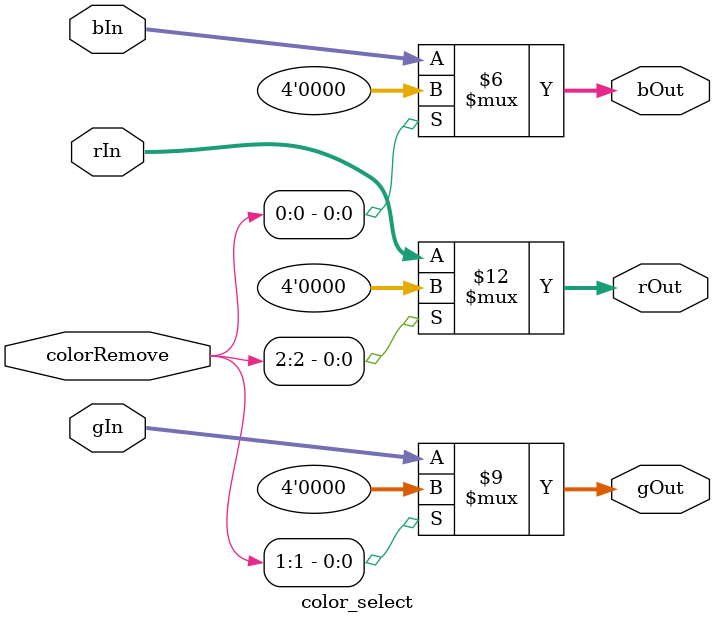
<source format=v>
module color_select (

	input [2:0] colorRemove,
	input [3:0] rIn,
	input [3:0] gIn,
	input [3:0] bIn,
	output reg [3:0] rOut,
	output reg [3:0] gOut,
	output reg [3:0] bOut

);

/*assign rOut = rIn * ~colorRemove[2];
assign gOut = gIn * ~colorRemove[1];
assign bOut = bIn * ~colorRemove[0];*/

always @(*) begin

	if (colorRemove[2] == 1'b1) begin
	
		rOut = 4'b0000;
	
	end
	
	else begin
	
		rOut = rIn;
		
	end
	
	if (colorRemove[1] == 1'b1) begin
	
		gOut = 4'b0000;
	
	end
	
	else begin
	
		gOut = gIn;
	
	end
	
	if (colorRemove[0] == 1'b1) begin
	
		bOut = 4'b0000;
	
	end
	
	else begin
	
		bOut = bIn;
	
	end

end

endmodule

</source>
